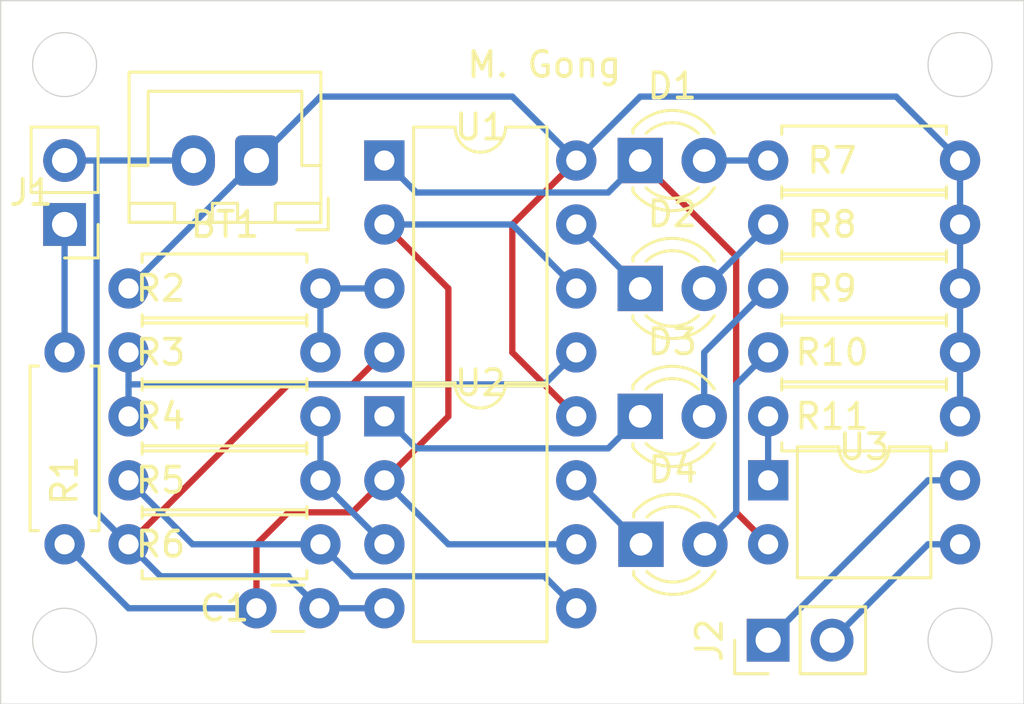
<source format=kicad_pcb>
(kicad_pcb (version 20211014) (generator pcbnew)
  (layers (0 "F.Cu" signal) (31 "B.Cu" signal) (34 "B.Paste" user) (35 "F.Paste" user) (36 "B.SilkS" user "B.Silkscreen") (37 "F.SilkS" user "F.Silkscreen") (38 "B.Mask" user) (39 "F.Mask" user) (44 "Edge.Cuts" user))
  (net 0 "")
  (net 1 "GND")
  (net 2 "Net-(R3-Pad1)")
  (net 3 "+12V")
  (net 4 "Net-(R2-Pad1)")
  (net 5 "Net-(R4-Pad1)")
  (net 6 "/ControlSignal")
  (net 7 "Net-(R5-Pad1)")
  (net 8 "Net-(D1-Pad1)")
  (net 9 "Net-(D1-Pad2)")
  (net 10 "Net-(D2-Pad2)")
  (net 11 "Net-(D3-Pad2)")
  (net 12 "Net-(D4-Pad2)")
  (net 13 "Net-(D2-Pad1)")
  (net 14 "Net-(D3-Pad1)")
  (net 15 "Net-(D4-Pad1)")
  (net 16 "Net-(C1-Pad1)")
  (net 17 "/ControlGND")
  (net 18 "/Sensor6V")
  (net 19 "Net-(R11-Pad2)")
  (footprint "Connector_PinHeader_2.54mm:PinHeader_1x02_P2.54mm_Vertical" (layer "F.Cu") (at 91.44 74.93 90)
    (fp_text reference "J2" (at 0 -2.33 90) (layer "F.SilkS"))
    (fp_text value "To Control")
    (fp_line (start -1.33 0) (end -1.33 -1.33) (layer "F.SilkS") (width 0.12))
    (fp_line (start -1.33 -1.33) (end 0 -1.33) (layer "F.SilkS") (width 0.12))
    (fp_line (start -1.33 3.87) (end 1.33 3.87) (layer "F.SilkS") (width 0.12))
    (fp_line (start -1.33 1.27) (end -1.33 3.87) (layer "F.SilkS") (width 0.12))
    (fp_line (start -1.33 1.27) (end 1.33 1.27) (layer "F.SilkS") (width 0.12))
    (fp_line (start 1.33 1.27) (end 1.33 3.87) (layer "F.SilkS") (width 0.12))
    (pad "1" thru_hole rect (at 0 0 90) (size 1.7 1.7) (drill 1) (layers *.Cu *.Mask) (net 6 "/ControlSignal"))
    (pad "2" thru_hole oval (at 0 2.54 90) (size 1.7 1.7) (drill 1) (layers *.Cu *.Mask) (net 17 "/ControlGND"))
  )
  (footprint "Connector_PinHeader_2.54mm:PinHeader_1x02_P2.54mm_Vertical" (layer "F.Cu") (at 63.5 58.42 180)
    (fp_text reference "J1" (at 1.33 1.27) (layer "F.SilkS"))
    (fp_text value "From Capacitor Bank")
    (fp_line (start -1.33 1.27) (end -1.33 3.87) (layer "F.SilkS") (width 0.12))
    (fp_line (start -1.33 0) (end -1.33 -1.33) (layer "F.SilkS") (width 0.12))
    (fp_line (start -1.33 1.27) (end 1.33 1.27) (layer "F.SilkS") (width 0.12))
    (fp_line (start -1.33 3.87) (end 1.33 3.87) (layer "F.SilkS") (width 0.12))
    (fp_line (start -1.33 -1.33) (end 0 -1.33) (layer "F.SilkS") (width 0.12))
    (fp_line (start 1.33 1.27) (end 1.33 3.87) (layer "F.SilkS") (width 0.12))
    (pad "1" thru_hole rect (at 0 0 180) (size 1.7 1.7) (drill 1) (layers *.Cu *.Mask) (net 18 "/Sensor6V"))
    (pad "2" thru_hole oval (at 0 2.54 180) (size 1.7 1.7) (drill 1) (layers *.Cu *.Mask) (net 1 "GND"))
  )
  (footprint "Connector_JST:JST_XH_B2B-XH-A_1x02_P2.50mm_Vertical" (layer "F.Cu") (at 71.12 55.88 180)
    (fp_text reference "BT1" (at 1.25 -2.54) (layer "F.SilkS"))
    (fp_text value "12V Battery")
    (fp_line (start 5.05 -1.7) (end 5.05 -2.45) (layer "F.SilkS") (width 0.12))
    (fp_line (start -1.8 -0.2) (end -1.8 2.75) (layer "F.SilkS") (width 0.12))
    (fp_line (start -2.56 -2.46) (end -2.56 3.51) (layer "F.SilkS") (width 0.12))
    (fp_line (start 5.06 3.51) (end 5.06 -2.46) (layer "F.SilkS") (width 0.12))
    (fp_line (start -2.55 -1.7) (end -0.75 -1.7) (layer "F.SilkS") (width 0.12))
    (fp_line (start 4.3 2.75) (end 1.25 2.75) (layer "F.SilkS") (width 0.12))
    (fp_line (start 5.05 -2.45) (end 3.25 -2.45) (layer "F.SilkS") (width 0.12))
    (fp_line (start 4.3 -0.2) (end 4.3 2.75) (layer "F.SilkS") (width 0.12))
    (fp_line (start -0.75 -1.7) (end -0.75 -2.45) (layer "F.SilkS") (width 0.12))
    (fp_line (start 5.06 -2.46) (end -2.56 -2.46) (layer "F.SilkS") (width 0.12))
    (fp_line (start 1.75 -2.45) (end 0.75 -2.45) (layer "F.SilkS") (width 0.12))
    (fp_line (start 0.75 -1.7) (end 1.75 -1.7) (layer "F.SilkS") (width 0.12))
    (fp_line (start -1.6 -2.75) (end -2.85 -2.75) (layer "F.SilkS") (width 0.12))
    (fp_line (start 3.25 -2.45) (end 3.25 -1.7) (layer "F.SilkS") (width 0.12))
    (fp_line (start 3.25 -1.7) (end 5.05 -1.7) (layer "F.SilkS") (width 0.12))
    (fp_line (start -2.56 3.51) (end 5.06 3.51) (layer "F.SilkS") (width 0.12))
    (fp_line (start 5.05 -0.2) (end 4.3 -0.2) (layer "F.SilkS") (width 0.12))
    (fp_line (start -2.55 -2.45) (end -2.55 -1.7) (layer "F.SilkS") (width 0.12))
    (fp_line (start -1.8 2.75) (end 1.25 2.75) (layer "F.SilkS") (width 0.12))
    (fp_line (start -0.75 -2.45) (end -2.55 -2.45) (layer "F.SilkS") (width 0.12))
    (fp_line (start -2.85 -2.75) (end -2.85 -1.5) (layer "F.SilkS") (width 0.12))
    (fp_line (start 1.75 -1.7) (end 1.75 -2.45) (layer "F.SilkS") (width 0.12))
    (fp_line (start -2.55 -0.2) (end -1.8 -0.2) (layer "F.SilkS") (width 0.12))
    (fp_line (start 0.75 -2.45) (end 0.75 -1.7) (layer "F.SilkS") (width 0.12))
    (pad "1" thru_hole roundrect (at 0 0 180) (size 1.7 2) (drill 1) (layers *.Cu *.Mask) (roundrect_rratio 0.147059) (net 3 "+12V"))
    (pad "2" thru_hole oval (at 2.5 0 180) (size 1.7 2) (drill 1) (layers *.Cu *.Mask) (net 1 "GND"))
  )
  (footprint "Capacitor_THT:C_Disc_D3.0mm_W1.6mm_P2.50mm" (layer "F.Cu") (at 71.12 73.66)
    (fp_text reference "C1" (at -1.27 0) (layer "F.SilkS"))
    (fp_text value "0.1uF")
    (fp_line (start 0.621 0.92) (end 1.879 0.92) (layer "F.SilkS") (width 0.12))
    (fp_line (start 0.621 -0.92) (end 1.879 -0.92) (layer "F.SilkS") (width 0.12))
    (pad "1" thru_hole circle (at 0 0) (size 1.6 1.6) (drill 0.8) (layers *.Cu *.Mask) (net 16 "Net-(C1-Pad1)"))
    (pad "2" thru_hole circle (at 2.5 0) (size 1.6 1.6) (drill 0.8) (layers *.Cu *.Mask) (net 1 "GND"))
  )
  (footprint "Resistor_THT:R_Axial_DIN0207_L6.3mm_D2.5mm_P7.62mm_Horizontal" (layer "F.Cu") (at 63.5 71.12 90)
    (fp_text reference "R1" (at 2.54 0 90) (layer "F.SilkS"))
    (fp_text value "1K")
    (fp_line (start 0.54 1.37) (end 7.08 1.37) (layer "F.SilkS") (width 0.12))
    (fp_line (start 7.08 1.37) (end 7.08 1.04) (layer "F.SilkS") (width 0.12))
    (fp_line (start 0.54 1.04) (end 0.54 1.37) (layer "F.SilkS") (width 0.12))
    (fp_line (start 0.54 -1.37) (end 7.08 -1.37) (layer "F.SilkS") (width 0.12))
    (fp_line (start 0.54 -1.04) (end 0.54 -1.37) (layer "F.SilkS") (width 0.12))
    (fp_line (start 7.08 -1.37) (end 7.08 -1.04) (layer "F.SilkS") (width 0.12))
    (pad "1" thru_hole circle (at 0 0 90) (size 1.6 1.6) (drill 0.8) (layers *.Cu *.Mask) (net 16 "Net-(C1-Pad1)"))
    (pad "2" thru_hole oval (at 7.62 0 90) (size 1.6 1.6) (drill 0.8) (layers *.Cu *.Mask) (net 18 "/Sensor6V"))
  )
  (footprint "Resistor_THT:R_Axial_DIN0207_L6.3mm_D2.5mm_P7.62mm_Horizontal" (layer "F.Cu") (at 73.66 60.96 180)
    (fp_text reference "R2" (at 6.35 0) (layer "F.SilkS"))
    (fp_text value "20K")
    (fp_line (start 0.54 1.37) (end 7.08 1.37) (layer "F.SilkS") (width 0.12))
    (fp_line (start 0.54 -1.04) (end 0.54 -1.37) (layer "F.SilkS") (width 0.12))
    (fp_line (start 7.08 1.37) (end 7.08 1.04) (layer "F.SilkS") (width 0.12))
    (fp_line (start 0.54 -1.37) (end 7.08 -1.37) (layer "F.SilkS") (width 0.12))
    (fp_line (start 0.54 1.04) (end 0.54 1.37) (layer "F.SilkS") (width 0.12))
    (fp_line (start 7.08 -1.37) (end 7.08 -1.04) (layer "F.SilkS") (width 0.12))
    (pad "1" thru_hole circle (at 0 0 180) (size 1.6 1.6) (drill 0.8) (layers *.Cu *.Mask) (net 4 "Net-(R2-Pad1)"))
    (pad "2" thru_hole oval (at 7.62 0 180) (size 1.6 1.6) (drill 0.8) (layers *.Cu *.Mask) (net 3 "+12V"))
  )
  (footprint "Resistor_THT:R_Axial_DIN0207_L6.3mm_D2.5mm_P7.62mm_Horizontal" (layer "F.Cu") (at 66.04 63.5)
    (fp_text reference "R3" (at 1.27 0) (layer "F.SilkS"))
    (fp_text value "4.7K")
    (fp_line (start 0.54 1.37) (end 7.08 1.37) (layer "F.SilkS") (width 0.12))
    (fp_line (start 0.54 -1.37) (end 7.08 -1.37) (layer "F.SilkS") (width 0.12))
    (fp_line (start 0.54 1.04) (end 0.54 1.37) (layer "F.SilkS") (width 0.12))
    (fp_line (start 7.08 -1.37) (end 7.08 -1.04) (layer "F.SilkS") (width 0.12))
    (fp_line (start 0.54 -1.04) (end 0.54 -1.37) (layer "F.SilkS") (width 0.12))
    (fp_line (start 7.08 1.37) (end 7.08 1.04) (layer "F.SilkS") (width 0.12))
    (pad "1" thru_hole circle (at 0 0) (size 1.6 1.6) (drill 0.8) (layers *.Cu *.Mask) (net 2 "Net-(R3-Pad1)"))
    (pad "2" thru_hole oval (at 7.62 0) (size 1.6 1.6) (drill 0.8) (layers *.Cu *.Mask) (net 4 "Net-(R2-Pad1)"))
  )
  (footprint "Resistor_THT:R_Axial_DIN0207_L6.3mm_D2.5mm_P7.62mm_Horizontal" (layer "F.Cu") (at 73.66 66.04 180)
    (fp_text reference "R4" (at 6.35 0) (layer "F.SilkS"))
    (fp_text value "4.7K")
    (fp_line (start 7.08 1.37) (end 7.08 1.04) (layer "F.SilkS") (width 0.12))
    (fp_line (start 7.08 -1.37) (end 7.08 -1.04) (layer "F.SilkS") (width 0.12))
    (fp_line (start 0.54 1.04) (end 0.54 1.37) (layer "F.SilkS") (width 0.12))
    (fp_line (start 0.54 1.37) (end 7.08 1.37) (layer "F.SilkS") (width 0.12))
    (fp_line (start 0.54 -1.04) (end 0.54 -1.37) (layer "F.SilkS") (width 0.12))
    (fp_line (start 0.54 -1.37) (end 7.08 -1.37) (layer "F.SilkS") (width 0.12))
    (pad "1" thru_hole circle (at 0 0 180) (size 1.6 1.6) (drill 0.8) (layers *.Cu *.Mask) (net 5 "Net-(R4-Pad1)"))
    (pad "2" thru_hole oval (at 7.62 0 180) (size 1.6 1.6) (drill 0.8) (layers *.Cu *.Mask) (net 2 "Net-(R3-Pad1)"))
  )
  (footprint "Resistor_THT:R_Axial_DIN0207_L6.3mm_D2.5mm_P7.62mm_Horizontal" (layer "F.Cu") (at 66.04 68.58)
    (fp_text reference "R5" (at 1.27 0) (layer "F.SilkS"))
    (fp_text value "4.7K")
    (fp_line (start 0.54 -1.04) (end 0.54 -1.37) (layer "F.SilkS") (width 0.12))
    (fp_line (start 0.54 1.37) (end 7.08 1.37) (layer "F.SilkS") (width 0.12))
    (fp_line (start 7.08 -1.37) (end 7.08 -1.04) (layer "F.SilkS") (width 0.12))
    (fp_line (start 0.54 1.04) (end 0.54 1.37) (layer "F.SilkS") (width 0.12))
    (fp_line (start 7.08 1.37) (end 7.08 1.04) (layer "F.SilkS") (width 0.12))
    (fp_line (start 0.54 -1.37) (end 7.08 -1.37) (layer "F.SilkS") (width 0.12))
    (pad "1" thru_hole circle (at 0 0) (size 1.6 1.6) (drill 0.8) (layers *.Cu *.Mask) (net 7 "Net-(R5-Pad1)"))
    (pad "2" thru_hole oval (at 7.62 0) (size 1.6 1.6) (drill 0.8) (layers *.Cu *.Mask) (net 5 "Net-(R4-Pad1)"))
  )
  (footprint "Resistor_THT:R_Axial_DIN0207_L6.3mm_D2.5mm_P7.62mm_Horizontal" (layer "F.Cu") (at 66.04 71.12)
    (fp_text reference "R6" (at 1.27 0) (layer "F.SilkS"))
    (fp_text value "4.7K")
    (fp_line (start 0.54 -1.37) (end 7.08 -1.37) (layer "F.SilkS") (width 0.12))
    (fp_line (start 7.08 -1.37) (end 7.08 -1.04) (layer "F.SilkS") (width 0.12))
    (fp_line (start 0.54 1.04) (end 0.54 1.37) (layer "F.SilkS") (width 0.12))
    (fp_line (start 7.08 1.37) (end 7.08 1.04) (layer "F.SilkS") (width 0.12))
    (fp_line (start 0.54 -1.04) (end 0.54 -1.37) (layer "F.SilkS") (width 0.12))
    (fp_line (start 0.54 1.37) (end 7.08 1.37) (layer "F.SilkS") (width 0.12))
    (pad "1" thru_hole circle (at 0 0) (size 1.6 1.6) (drill 0.8) (layers *.Cu *.Mask) (net 1 "GND"))
    (pad "2" thru_hole oval (at 7.62 0) (size 1.6 1.6) (drill 0.8) (layers *.Cu *.Mask) (net 7 "Net-(R5-Pad1)"))
  )
  (footprint "Resistor_THT:R_Axial_DIN0207_L6.3mm_D2.5mm_P7.62mm_Horizontal" (layer "F.Cu") (at 99.06 55.88 180)
    (fp_text reference "R7" (at 5.08 0) (layer "F.SilkS"))
    (fp_text value "2.2K")
    (fp_line (start 0.54 -1.37) (end 7.08 -1.37) (layer "F.SilkS") (width 0.12))
    (fp_line (start 7.08 -1.37) (end 7.08 -1.04) (layer "F.SilkS") (width 0.12))
    (fp_line (start 0.54 1.37) (end 7.08 1.37) (layer "F.SilkS") (width 0.12))
    (fp_line (start 7.08 1.37) (end 7.08 1.04) (layer "F.SilkS") (width 0.12))
    (fp_line (start 0.54 -1.04) (end 0.54 -1.37) (layer "F.SilkS") (width 0.12))
    (fp_line (start 0.54 1.04) (end 0.54 1.37) (layer "F.SilkS") (width 0.12))
    (pad "1" thru_hole circle (at 0 0 180) (size 1.6 1.6) (drill 0.8) (layers *.Cu *.Mask) (net 3 "+12V"))
    (pad "2" thru_hole oval (at 7.62 0 180) (size 1.6 1.6) (drill 0.8) (layers *.Cu *.Mask) (net 9 "Net-(D1-Pad2)"))
  )
  (footprint "Resistor_THT:R_Axial_DIN0207_L6.3mm_D2.5mm_P7.62mm_Horizontal" (layer "F.Cu") (at 99.06 58.42 180)
    (fp_text reference "R8" (at 5.08 0) (layer "F.SilkS"))
    (fp_text value "2.2K")
    (fp_line (start 7.08 -1.37) (end 7.08 -1.04) (layer "F.SilkS") (width 0.12))
    (fp_line (start 7.08 1.37) (end 7.08 1.04) (layer "F.SilkS") (width 0.12))
    (fp_line (start 0.54 1.37) (end 7.08 1.37) (layer "F.SilkS") (width 0.12))
    (fp_line (start 0.54 1.04) (end 0.54 1.37) (layer "F.SilkS") (width 0.12))
    (fp_line (start 0.54 -1.37) (end 7.08 -1.37) (layer "F.SilkS") (width 0.12))
    (fp_line (start 0.54 -1.04) (end 0.54 -1.37) (layer "F.SilkS") (width 0.12))
    (pad "1" thru_hole circle (at 0 0 180) (size 1.6 1.6) (drill 0.8) (layers *.Cu *.Mask) (net 3 "+12V"))
    (pad "2" thru_hole oval (at 7.62 0 180) (size 1.6 1.6) (drill 0.8) (layers *.Cu *.Mask) (net 10 "Net-(D2-Pad2)"))
  )
  (footprint "Resistor_THT:R_Axial_DIN0207_L6.3mm_D2.5mm_P7.62mm_Horizontal" (layer "F.Cu") (at 99.06 60.96 180)
    (fp_text reference "R9" (at 5.08 0) (layer "F.SilkS"))
    (fp_text value "2.2K")
    (fp_line (start 0.54 -1.04) (end 0.54 -1.37) (layer "F.SilkS") (width 0.12))
    (fp_line (start 0.54 1.04) (end 0.54 1.37) (layer "F.SilkS") (width 0.12))
    (fp_line (start 0.54 -1.37) (end 7.08 -1.37) (layer "F.SilkS") (width 0.12))
    (fp_line (start 7.08 -1.37) (end 7.08 -1.04) (layer "F.SilkS") (width 0.12))
    (fp_line (start 0.54 1.37) (end 7.08 1.37) (layer "F.SilkS") (width 0.12))
    (fp_line (start 7.08 1.37) (end 7.08 1.04) (layer "F.SilkS") (width 0.12))
    (pad "1" thru_hole circle (at 0 0 180) (size 1.6 1.6) (drill 0.8) (layers *.Cu *.Mask) (net 3 "+12V"))
    (pad "2" thru_hole oval (at 7.62 0 180) (size 1.6 1.6) (drill 0.8) (layers *.Cu *.Mask) (net 11 "Net-(D3-Pad2)"))
  )
  (footprint "Resistor_THT:R_Axial_DIN0207_L6.3mm_D2.5mm_P7.62mm_Horizontal" (layer "F.Cu") (at 99.06 63.5 180)
    (fp_text reference "R10" (at 5.08 0) (layer "F.SilkS"))
    (fp_text value "2.2K")
    (fp_line (start 0.54 1.37) (end 7.08 1.37) (layer "F.SilkS") (width 0.12))
    (fp_line (start 7.08 1.37) (end 7.08 1.04) (layer "F.SilkS") (width 0.12))
    (fp_line (start 7.08 -1.37) (end 7.08 -1.04) (layer "F.SilkS") (width 0.12))
    (fp_line (start 0.54 -1.04) (end 0.54 -1.37) (layer "F.SilkS") (width 0.12))
    (fp_line (start 0.54 -1.37) (end 7.08 -1.37) (layer "F.SilkS") (width 0.12))
    (fp_line (start 0.54 1.04) (end 0.54 1.37) (layer "F.SilkS") (width 0.12))
    (pad "1" thru_hole circle (at 0 0 180) (size 1.6 1.6) (drill 0.8) (layers *.Cu *.Mask) (net 3 "+12V"))
    (pad "2" thru_hole oval (at 7.62 0 180) (size 1.6 1.6) (drill 0.8) (layers *.Cu *.Mask) (net 12 "Net-(D4-Pad2)"))
  )
  (footprint "Package_DIP:DIP-4_W7.62mm" (layer "F.Cu") (at 91.44 68.58)
    (fp_text reference "U3" (at 3.81 -1.33) (layer "F.SilkS"))
    (fp_text value "PC817")
    (fp_line (start 2.81 -1.33) (end 1.16 -1.33) (layer "F.SilkS") (width 0.12))
    (fp_line (start 6.46 3.87) (end 6.46 -1.33) (layer "F.SilkS") (width 0.12))
    (fp_line (start 6.46 -1.33) (end 4.81 -1.33) (layer "F.SilkS") (width 0.12))
    (fp_line (start 1.16 3.87) (end 6.46 3.87) (layer "F.SilkS") (width 0.12))
    (fp_line (start 1.16 -1.33) (end 1.16 3.87) (layer "F.SilkS") (width 0.12))
    (fp_arc (start 4.81 -1.33) (mid 3.81 -0.33) (end 2.81 -1.33) (layer "F.SilkS") (width 0.12))
    (pad "1" thru_hole rect (at 0 0) (size 1.6 1.6) (drill 0.8) (layers *.Cu *.Mask) (net 19 "Net-(R11-Pad2)"))
    (pad "2" thru_hole oval (at 0 2.54) (size 1.6 1.6) (drill 0.8) (layers *.Cu *.Mask) (net 8 "Net-(D1-Pad1)"))
    (pad "3" thru_hole oval (at 7.62 2.54) (size 1.6 1.6) (drill 0.8) (layers *.Cu *.Mask) (net 17 "/ControlGND"))
    (pad "4" thru_hole oval (at 7.62 0) (size 1.6 1.6) (drill 0.8) (layers *.Cu *.Mask) (net 6 "/ControlSignal"))
  )
  (footprint "LED_THT:LED_D3.0mm_FlatTop" (layer "F.Cu") (at 86.36 55.88)
    (fp_text reference "D1" (at 1.27 -2.96) (layer "F.SilkS"))
    (fp_text value "LED")
    (fp_line (start -0.29 -1.236) (end -0.29 -1.08) (layer "F.SilkS") (width 0.12))
    (fp_line (start -0.29 1.08) (end -0.29 1.236) (layer "F.SilkS") (width 0.12))
    (fp_arc (start -0.29 -1.235516) (mid 1.366487 -1.987659) (end 2.942335 -1.078608) (layer "F.SilkS") (width 0.12))
    (fp_arc (start 2.31113 1.079837) (mid 1.270117 1.5) (end 0.229039 1.08) (layer "F.SilkS") (width 0.12))
    (fp_arc (start 2.942335 1.078608) (mid 1.366487 1.987659) (end -0.29 1.235516) (layer "F.SilkS") (width 0.12))
    (fp_arc (start 0.229039 -1.08) (mid 1.270117 -1.5) (end 2.31113 -1.079837) (layer "F.SilkS") (width 0.12))
    (pad "1" thru_hole rect (at 0 0) (size 1.8 1.8) (drill 0.9) (layers *.Cu *.Mask) (net 8 "Net-(D1-Pad1)"))
    (pad "2" thru_hole circle (at 2.54 0) (size 1.8 1.8) (drill 0.9) (layers *.Cu *.Mask) (net 9 "Net-(D1-Pad2)"))
  )
  (footprint "LED_THT:LED_D3.0mm_FlatTop" (layer "F.Cu") (at 86.36 60.96)
    (fp_text reference "D2" (at 1.27 -2.96) (layer "F.SilkS"))
    (fp_text value "LED")
    (fp_line (start -0.29 -1.236) (end -0.29 -1.08) (layer "F.SilkS") (width 0.12))
    (fp_line (start -0.29 1.08) (end -0.29 1.236) (layer "F.SilkS") (width 0.12))
    (fp_arc (start -0.29 -1.235516) (mid 1.366487 -1.987659) (end 2.942335 -1.078608) (layer "F.SilkS") (width 0.12))
    (fp_arc (start 2.31113 1.079837) (mid 1.270117 1.5) (end 0.229039 1.08) (layer "F.SilkS") (width 0.12))
    (fp_arc (start 2.942335 1.078608) (mid 1.366487 1.987659) (end -0.29 1.235516) (layer "F.SilkS") (width 0.12))
    (fp_arc (start 0.229039 -1.08) (mid 1.270117 -1.5) (end 2.31113 -1.079837) (layer "F.SilkS") (width 0.12))
    (pad "1" thru_hole rect (at 0 0) (size 1.8 1.8) (drill 0.9) (layers *.Cu *.Mask) (net 13 "Net-(D2-Pad1)"))
    (pad "2" thru_hole circle (at 2.54 0) (size 1.8 1.8) (drill 0.9) (layers *.Cu *.Mask) (net 10 "Net-(D2-Pad2)"))
  )
  (footprint "LED_THT:LED_D3.0mm_FlatTop" (layer "F.Cu") (at 86.36 66.04)
    (fp_text reference "D3" (at 1.27 -2.96) (layer "F.SilkS"))
    (fp_text value "LED")
    (fp_line (start -0.29 1.08) (end -0.29 1.236) (layer "F.SilkS") (width 0.12))
    (fp_line (start -0.29 -1.236) (end -0.29 -1.08) (layer "F.SilkS") (width 0.12))
    (fp_arc (start -0.29 -1.235516) (mid 1.366487 -1.987659) (end 2.942335 -1.078608) (layer "F.SilkS") (width 0.12))
    (fp_arc (start 2.31113 1.079837) (mid 1.270117 1.5) (end 0.229039 1.08) (layer "F.SilkS") (width 0.12))
    (fp_arc (start 2.942335 1.078608) (mid 1.366487 1.987659) (end -0.29 1.235516) (layer "F.SilkS") (width 0.12))
    (fp_arc (start 0.229039 -1.08) (mid 1.270117 -1.5) (end 2.31113 -1.079837) (layer "F.SilkS") (width 0.12))
    (pad "1" thru_hole rect (at 0 0) (size 1.8 1.8) (drill 0.9) (layers *.Cu *.Mask) (net 14 "Net-(D3-Pad1)"))
    (pad "2" thru_hole circle (at 2.54 0) (size 1.8 1.8) (drill 0.9) (layers *.Cu *.Mask) (net 11 "Net-(D3-Pad2)"))
  )
  (footprint "LED_THT:LED_D3.0mm_FlatTop" (layer "F.Cu") (at 86.39 71.12)
    (fp_text reference "D4" (at 1.27 -2.96) (layer "F.SilkS"))
    (fp_text value "LED")
    (fp_line (start -0.29 1.08) (end -0.29 1.236) (layer "F.SilkS") (width 0.12))
    (fp_line (start -0.29 -1.236) (end -0.29 -1.08) (layer "F.SilkS") (width 0.12))
    (fp_arc (start -0.29 -1.235516) (mid 1.366487 -1.987659) (end 2.942335 -1.078608) (layer "F.SilkS") (width 0.12))
    (fp_arc (start 2.31113 1.079837) (mid 1.270117 1.5) (end 0.229039 1.08) (layer "F.SilkS") (width 0.12))
    (fp_arc (start 2.942335 1.078608) (mid 1.366487 1.987659) (end -0.29 1.235516) (layer "F.SilkS") (width 0.12))
    (fp_arc (start 0.229039 -1.08) (mid 1.270117 -1.5) (end 2.31113 -1.079837) (layer "F.SilkS") (width 0.12))
    (pad "1" thru_hole rect (at 0 0) (size 1.8 1.8) (drill 0.9) (layers *.Cu *.Mask) (net 15 "Net-(D4-Pad1)"))
    (pad "2" thru_hole circle (at 2.54 0) (size 1.8 1.8) (drill 0.9) (layers *.Cu *.Mask) (net 12 "Net-(D4-Pad2)"))
  )
  (footprint "Package_DIP:DIP-8_W7.62mm" (layer "F.Cu") (at 76.2 55.88)
    (fp_text reference "U1" (at 3.81 -1.33) (layer "F.SilkS"))
    (fp_text value "LM393")
    (fp_line (start 6.46 -1.33) (end 4.81 -1.33) (layer "F.SilkS") (width 0.12))
    (fp_line (start 1.16 8.95) (end 6.46 8.95) (layer "F.SilkS") (width 0.12))
    (fp_line (start 6.46 8.95) (end 6.46 -1.33) (layer "F.SilkS") (width 0.12))
    (fp_line (start 1.16 -1.33) (end 1.16 8.95) (layer "F.SilkS") (width 0.12))
    (fp_line (start 2.81 -1.33) (end 1.16 -1.33) (layer "F.SilkS") (width 0.12))
    (fp_arc (start 4.81 -1.33) (mid 3.81 -0.33) (end 2.81 -1.33) (layer "F.SilkS") (width 0.12))
    (pad "1" thru_hole rect (at 0 0) (size 1.6 1.6) (drill 0.8) (layers *.Cu *.Mask) (net 8 "Net-(D1-Pad1)"))
    (pad "2" thru_hole oval (at 0 2.54) (size 1.6 1.6) (drill 0.8) (layers *.Cu *.Mask) (net 16 "Net-(C1-Pad1)"))
    (pad "3" thru_hole oval (at 0 5.08) (size 1.6 1.6) (drill 0.8) (layers *.Cu *.Mask) (net 4 "Net-(R2-Pad1)"))
    (pad "4" thru_hole oval (at 0 7.62) (size 1.6 1.6) (drill 0.8) (layers *.Cu *.Mask) (net 1 "GND"))
    (pad "5" thru_hole oval (at 7.62 7.62) (size 1.6 1.6) (drill 0.8) (layers *.Cu *.Mask) (net 2 "Net-(R3-Pad1)"))
    (pad "6" thru_hole oval (at 7.62 5.08) (size 1.6 1.6) (drill 0.8) (layers *.Cu *.Mask) (net 16 "Net-(C1-Pad1)"))
    (pad "7" thru_hole oval (at 7.62 2.54) (size 1.6 1.6) (drill 0.8) (layers *.Cu *.Mask) (net 13 "Net-(D2-Pad1)"))
    (pad "8" thru_hole oval (at 7.62 0) (size 1.6 1.6) (drill 0.8) (layers *.Cu *.Mask) (net 3 "+12V"))
  )
  (footprint "Package_DIP:DIP-8_W7.62mm" (layer "F.Cu") (at 76.2 66.04)
    (fp_text reference "U2" (at 3.81 -1.33) (layer "F.SilkS"))
    (fp_text value "LM393")
    (fp_line (start 2.81 -1.33) (end 1.16 -1.33) (layer "F.SilkS") (width 0.12))
    (fp_line (start 6.46 8.95) (end 6.46 -1.33) (layer "F.SilkS") (width 0.12))
    (fp_line (start 1.16 8.95) (end 6.46 8.95) (layer "F.SilkS") (width 0.12))
    (fp_line (start 1.16 -1.33) (end 1.16 8.95) (layer "F.SilkS") (width 0.12))
    (fp_line (start 6.46 -1.33) (end 4.81 -1.33) (layer "F.SilkS") (width 0.12))
    (fp_arc (start 4.81 -1.33) (mid 3.81 -0.33) (end 2.81 -1.33) (layer "F.SilkS") (width 0.12))
    (pad "1" thru_hole rect (at 0 0) (size 1.6 1.6) (drill 0.8) (layers *.Cu *.Mask) (net 14 "Net-(D3-Pad1)"))
    (pad "2" thru_hole oval (at 0 2.54) (size 1.6 1.6) (drill 0.8) (layers *.Cu *.Mask) (net 16 "Net-(C1-Pad1)"))
    (pad "3" thru_hole oval (at 0 5.08) (size 1.6 1.6) (drill 0.8) (layers *.Cu *.Mask) (net 5 "Net-(R4-Pad1)"))
    (pad "4" thru_hole oval (at 0 7.62) (size 1.6 1.6) (drill 0.8) (layers *.Cu *.Mask) (net 1 "GND"))
    (pad "5" thru_hole oval (at 7.62 7.62) (size 1.6 1.6) (drill 0.8) (layers *.Cu *.Mask) (net 7 "Net-(R5-Pad1)"))
    (pad "6" thru_hole oval (at 7.62 5.08) (size 1.6 1.6) (drill 0.8) (layers *.Cu *.Mask) (net 16 "Net-(C1-Pad1)"))
    (pad "7" thru_hole oval (at 7.62 2.54) (size 1.6 1.6) (drill 0.8) (layers *.Cu *.Mask) (net 15 "Net-(D4-Pad1)"))
    (pad "8" thru_hole oval (at 7.62 0) (size 1.6 1.6) (drill 0.8) (layers *.Cu *.Mask) (net 3 "+12V"))
  )
  (footprint "Resistor_THT:R_Axial_DIN0207_L6.3mm_D2.5mm_P7.62mm_Horizontal" (layer "F.Cu") (at 99.06 66.04 180)
    (fp_text reference "R11" (at 5.08 0) (layer "F.SilkS"))
    (fp_text value "1K")
    (fp_line (start 0.54 -1.04) (end 0.54 -1.37) (layer "F.SilkS") (width 0.12))
    (fp_line (start 0.54 1.37) (end 7.08 1.37) (layer "F.SilkS") (width 0.12))
    (fp_line (start 7.08 -1.37) (end 7.08 -1.04) (layer "F.SilkS") (width 0.12))
    (fp_line (start 0.54 1.04) (end 0.54 1.37) (layer "F.SilkS") (width 0.12))
    (fp_line (start 7.08 1.37) (end 7.08 1.04) (layer "F.SilkS") (width 0.12))
    (fp_line (start 0.54 -1.37) (end 7.08 -1.37) (layer "F.SilkS") (width 0.12))
    (pad "1" thru_hole circle (at 0 0 180) (size 1.6 1.6) (drill 0.8) (layers *.Cu *.Mask) (net 3 "+12V"))
    (pad "2" thru_hole oval (at 7.62 0 180) (size 1.6 1.6) (drill 0.8) (layers *.Cu *.Mask) (net 19 "Net-(R11-Pad2)"))
  )
  (gr_line (start 60.96 77.47) (end 60.96 49.53) (layer "Edge.Cuts") (width 0.05))
  (gr_circle (center 99.06 74.93) (end 100.33 74.93) (layer "Edge.Cuts") (width 0.05) (fill none))
  (gr_circle (center 99.06 52.07) (end 100.33 52.07) (layer "Edge.Cuts") (width 0.05) (fill none))
  (gr_circle (center 63.5 74.93) (end 64.77 74.93) (layer "Edge.Cuts") (width 0.05) (fill none))
  (gr_line (start 60.96 49.53) (end 101.6 49.53) (layer "Edge.Cuts") (width 0.05))
  (gr_line (start 101.6 49.53) (end 101.6 77.47) (layer "Edge.Cuts") (width 0.05))
  (gr_line (start 101.6 77.47) (end 60.96 77.47) (layer "Edge.Cuts") (width 0.05))
  (gr_circle (center 63.5 52.07) (end 63.5 50.8) (layer "Edge.Cuts") (width 0.05) (fill none))
  (gr_text "M. Gong" (at 82.55 52.07) (layer "F.SilkS") (effects (font (size 1 1))))
  (segment (start 76.2 63.5) (end 74.93 64.77) (width 0.25) (layer "F.Cu") (net 1))
  (segment (start 74.93 64.77) (end 72.39 64.77) (width 0.25) (layer "F.Cu") (net 1))
  (segment (start 72.39 64.77) (end 66.04 71.12) (width 0.25) (layer "F.Cu") (net 1))
  (segment (start 66.04 71.12) (end 66.04 71.16) (width 0.25) (layer "B.Cu") (net 1))
  (segment (start 64.77 69.85) (end 64.77 55.88) (width 0.25) (layer "B.Cu") (net 1))
  (segment (start 72.39 72.39) (end 72.39 72.43) (width 0.25) (layer "B.Cu") (net 1))
  (segment (start 66.04 71.12) (end 64.77 69.85) (width 0.25) (layer "B.Cu") (net 1))
  (segment (start 72.39 72.43) (end 73.62 73.66) (width 0.25) (layer "B.Cu") (net 1))
  (segment (start 67.31 72.39) (end 72.39 72.39) (width 0.25) (layer "B.Cu") (net 1))
  (segment (start 68.62 55.88) (end 64.77 55.88) (width 0.25) (layer "B.Cu") (net 1))
  (segment (start 64.77 55.88) (end 63.5 55.88) (width 0.25) (layer "B.Cu") (net 1))
  (segment (start 73.62 73.66) (end 76.2 73.66) (width 0.25) (layer "B.Cu") (net 1))
  (segment (start 66.04 71.12) (end 67.31 72.39) (width 0.25) (layer "B.Cu") (net 1))
  (segment (start 66.04 66.04) (end 66.04 64.77) (width 0.25) (layer "B.Cu") (net 2))
  (segment (start 66.04 64.77) (end 82.55 64.77) (width 0.25) (layer "B.Cu") (net 2))
  (segment (start 82.55 64.77) (end 83.82 63.5) (width 0.25) (layer "B.Cu") (net 2))
  (segment (start 66.04 64.77) (end 66.04 63.5) (width 0.25) (layer "B.Cu") (net 2))
  (segment (start 81.28 63.5) (end 83.82 66.04) (width 0.25) (layer "F.Cu") (net 3))
  (segment (start 83.82 55.88) (end 81.28 58.42) (width 0.25) (layer "F.Cu") (net 3))
  (segment (start 81.28 58.42) (end 81.28 63.5) (width 0.25) (layer "F.Cu") (net 3))
  (segment (start 73.66 53.34) (end 81.28 53.34) (width 0.25) (layer "B.Cu") (net 3))
  (segment (start 86.36 53.34) (end 96.52 53.34) (width 0.25) (layer "B.Cu") (net 3))
  (segment (start 99.06 60.96) (end 99.06 63.5) (width 0.25) (layer "B.Cu") (net 3))
  (segment (start 71.12 55.88) (end 73.66 53.34) (width 0.25) (layer "B.Cu") (net 3))
  (segment (start 99.06 58.42) (end 99.06 60.96) (width 0.25) (layer "B.Cu") (net 3))
  (segment (start 96.52 53.34) (end 99.06 55.88) (width 0.25) (layer "B.Cu") (net 3))
  (segment (start 66.04 60.96) (end 71.12 55.88) (width 0.25) (layer "B.Cu") (net 3))
  (segment (start 81.28 53.34) (end 83.82 55.88) (width 0.25) (layer "B.Cu") (net 3))
  (segment (start 83.82 55.88) (end 86.36 53.34) (width 0.25) (layer "B.Cu") (net 3))
  (segment (start 99.06 66.04) (end 99.06 63.5) (width 0.25) (layer "B.Cu") (net 3))
  (segment (start 99.06 55.88) (end 99.06 58.42) (width 0.25) (layer "B.Cu") (net 3))
  (segment (start 73.66 60.96) (end 76.2 60.96) (width 0.25) (layer "B.Cu") (net 4))
  (segment (start 73.66 60.96) (end 73.66 63.5) (width 0.25) (layer "B.Cu") (net 4))
  (segment (start 73.66 68.58) (end 73.66 66.04) (width 0.25) (layer "B.Cu") (net 5))
  (segment (start 73.66 68.58) (end 76.2 71.12) (width 0.25) (layer "B.Cu") (net 5))
  (segment (start 91.44 74.93) (end 97.79 68.58) (width 0.25) (layer "B.Cu") (net 6))
  (segment (start 97.79 68.58) (end 99.06 68.58) (width 0.25) (layer "B.Cu") (net 6))
  (segment (start 68.58 71.12) (end 73.66 71.12) (width 0.25) (layer "B.Cu") (net 7))
  (segment (start 66.04 68.58) (end 68.58 71.12) (width 0.25) (layer "B.Cu") (net 7))
  (segment (start 74.93 72.39) (end 82.55 72.39) (width 0.25) (layer "B.Cu") (net 7))
  (segment (start 82.55 72.39) (end 83.82 73.66) (width 0.25) (layer "B.Cu") (net 7))
  (segment (start 73.66 71.12) (end 74.93 72.39) (width 0.25) (layer "B.Cu") (net 7))
  (segment (start 90.17 59.69) (end 90.17 69.85) (width 0.25) (layer "F.Cu") (net 8))
  (segment (start 90.17 69.85) (end 91.44 71.12) (width 0.25) (layer "F.Cu") (net 8))
  (segment (start 86.36 55.88) (end 90.17 59.69) (width 0.25) (layer "F.Cu") (net 8))
  (segment (start 85.09 57.15) (end 86.36 55.88) (width 0.25) (layer "B.Cu") (net 8))
  (segment (start 77.47 57.15) (end 85.09 57.15) (width 0.25) (layer "B.Cu") (net 8))
  (segment (start 76.2 55.88) (end 77.47 57.15) (width 0.25) (layer "B.Cu") (net 8))
  (segment (start 91.44 55.88) (end 88.9 55.88) (width 0.25) (layer "B.Cu") (net 9))
  (segment (start 91.44 58.42) (end 88.9 60.96) (width 0.25) (layer "B.Cu") (net 10))
  (segment (start 91.44 60.96) (end 88.9 63.5) (width 0.25) (layer "B.Cu") (net 11))
  (segment (start 88.9 63.5) (end 88.9 66.04) (width 0.25) (layer "B.Cu") (net 11))
  (segment (start 90.17 69.85) (end 90.17 64.77) (width 0.25) (layer "B.Cu") (net 12))
  (segment (start 88.93 71.12) (end 88.93 71.09) (width 0.25) (layer "B.Cu") (net 12))
  (segment (start 88.93 71.09) (end 90.17 69.85) (width 0.25) (layer "B.Cu") (net 12))
  (segment (start 90.17 64.77) (end 91.44 63.5) (width 0.25) (layer "B.Cu") (net 12))
  (segment (start 83.82 58.42) (end 86.36 60.96) (width 0.25) (layer "B.Cu") (net 13))
  (segment (start 85.09 67.31) (end 86.36 66.04) (width 0.25) (layer "B.Cu") (net 14))
  (segment (start 76.2 66.04) (end 77.47 67.31) (width 0.25) (layer "B.Cu") (net 14))
  (segment (start 77.47 67.31) (end 85.09 67.31) (width 0.25) (layer "B.Cu") (net 14))
  (segment (start 83.85 68.58) (end 86.39 71.12) (width 0.25) (layer "B.Cu") (net 15))
  (segment (start 83.82 68.58) (end 83.85 68.58) (width 0.25) (layer "B.Cu") (net 15))
  (segment (start 76.2 58.42) (end 78.74 60.96) (width 0.25) (layer "F.Cu") (net 16))
  (segment (start 72.39 69.85) (end 71.12 71.12) (width 0.25) (layer "F.Cu") (net 16))
  (segment (start 76.2 68.58) (end 74.93 69.85) (width 0.25) (layer "F.Cu") (net 16))
  (segment (start 78.74 60.96) (end 78.74 66.04) (width 0.25) (layer "F.Cu") (net 16))
  (segment (start 71.12 71.12) (end 71.12 73.66) (width 0.25) (layer "F.Cu") (net 16))
  (segment (start 78.74 66.04) (end 76.2 68.58) (width 0.25) (layer "F.Cu") (net 16))
  (segment (start 74.93 69.85) (end 72.39 69.85) (width 0.25) (layer "F.Cu") (net 16))
  (segment (start 66.04 73.66) (end 71.12 73.66) (width 0.25) (layer "B.Cu") (net 16))
  (segment (start 78.74 71.12) (end 83.82 71.12) (width 0.25) (layer "B.Cu") (net 16))
  (segment (start 76.2 58.42) (end 81.28 58.42) (width 0.25) (layer "B.Cu") (net 16))
  (segment (start 81.28 58.42) (end 83.82 60.96) (width 0.25) (layer "B.Cu") (net 16))
  (segment (start 63.5 71.12) (end 66.04 73.66) (width 0.25) (layer "B.Cu") (net 16))
  (segment (start 76.2 68.58) (end 78.74 71.12) (width 0.25) (layer "B.Cu") (net 16))
  (segment (start 93.98 74.93) (end 97.79 71.12) (width 0.25) (layer "B.Cu") (net 17))
  (segment (start 97.79 71.12) (end 99.06 71.12) (width 0.25) (layer "B.Cu") (net 17))
  (segment (start 63.5 58.42) (end 63.5 63.5) (width 0.25) (layer "B.Cu") (net 18))
  (segment (start 91.44 68.58) (end 91.44 66.04) (width 0.25) (layer "B.Cu") (net 19))
)
</source>
